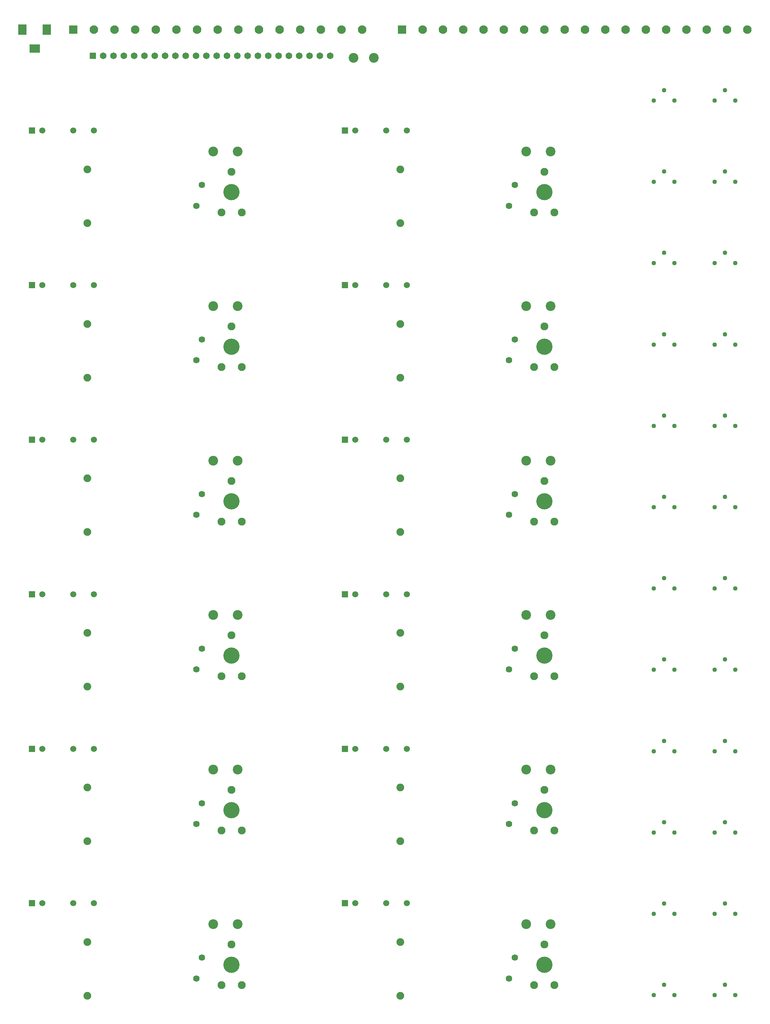
<source format=gbr>
%TF.GenerationSoftware,KiCad,Pcbnew,(6.0.1)*%
%TF.CreationDate,2022-05-02T23:55:26+02:00*%
%TF.ProjectId,CMU,434d552e-6b69-4636-9164-5f7063625858,rev?*%
%TF.SameCoordinates,Original*%
%TF.FileFunction,Soldermask,Bot*%
%TF.FilePolarity,Negative*%
%FSLAX46Y46*%
G04 Gerber Fmt 4.6, Leading zero omitted, Abs format (unit mm)*
G04 Created by KiCad (PCBNEW (6.0.1)) date 2022-05-02 23:55:26*
%MOMM*%
%LPD*%
G01*
G04 APERTURE LIST*
%ADD10R,1.508000X1.508000*%
%ADD11C,1.508000*%
%ADD12C,1.120000*%
%ADD13C,2.100000*%
%ADD14R,2.100000X2.100000*%
%ADD15C,2.400000*%
%ADD16C,1.905000*%
%ADD17C,4.000000*%
%ADD18C,1.950000*%
%ADD19C,1.650000*%
%ADD20R,1.650000X1.650000*%
%ADD21C,1.590000*%
%ADD22R,2.000000X2.600000*%
%ADD23R,2.600000X2.000000*%
G04 APERTURE END LIST*
D10*
%TO.C,U19*%
X141380000Y-48875000D03*
D11*
X143920000Y-48875000D03*
X151540000Y-48875000D03*
X156620000Y-48875000D03*
%TD*%
D12*
%TO.C,R4*%
X232460000Y-101470000D03*
X235000000Y-98930000D03*
X237540000Y-101470000D03*
%TD*%
D13*
%TO.C,J4*%
X145620000Y-24000000D03*
X140540000Y-24000000D03*
X135460000Y-24000000D03*
X130380000Y-24000000D03*
X125300000Y-24000000D03*
X120220000Y-24000000D03*
X115140000Y-24000000D03*
X110060000Y-24000000D03*
X104980000Y-24000000D03*
X99900000Y-24000000D03*
X94820000Y-24000000D03*
X89740000Y-24000000D03*
X84660000Y-24000000D03*
X79580000Y-24000000D03*
D14*
X74500000Y-24000000D03*
%TD*%
D15*
%TO.C,TP7*%
X186000000Y-54000000D03*
%TD*%
D12*
%TO.C,NTC6*%
X217460000Y-161470000D03*
X220000000Y-158930000D03*
X222540000Y-161470000D03*
%TD*%
D15*
%TO.C,TP24*%
X192000000Y-244000000D03*
%TD*%
D12*
%TO.C,R1*%
X232460000Y-41470000D03*
X235000000Y-38930000D03*
X237540000Y-41470000D03*
%TD*%
D15*
%TO.C,TP10*%
X186000000Y-168000000D03*
%TD*%
D16*
%TO.C,L9*%
X155000000Y-134396000D03*
X155000000Y-147604000D03*
%TD*%
D17*
%TO.C,VOL 7*%
X113500000Y-254000000D03*
D18*
X111000000Y-259000000D03*
X116000000Y-259000000D03*
X113500000Y-249000000D03*
%TD*%
D15*
%TO.C,TP15*%
X115000000Y-130000000D03*
%TD*%
D10*
%TO.C,U22*%
X141380000Y-162875000D03*
D11*
X143920000Y-162875000D03*
X151540000Y-162875000D03*
X156620000Y-162875000D03*
%TD*%
D15*
%TO.C,TP6*%
X109000000Y-244000000D03*
%TD*%
D19*
%TO.C,Voltage_headers1*%
X137730000Y-30500000D03*
X135190000Y-30500000D03*
X132650000Y-30500000D03*
X130110000Y-30500000D03*
X127570000Y-30500000D03*
X125030000Y-30500000D03*
X122490000Y-30500000D03*
X119950000Y-30500000D03*
X117410000Y-30500000D03*
X114870000Y-30500000D03*
X112330000Y-30500000D03*
X109790000Y-30500000D03*
X107250000Y-30500000D03*
X104710000Y-30500000D03*
X102170000Y-30500000D03*
X99630000Y-30500000D03*
X97090000Y-30500000D03*
X94550000Y-30500000D03*
X92010000Y-30500000D03*
X89470000Y-30500000D03*
X86930000Y-30500000D03*
X84390000Y-30500000D03*
X81850000Y-30500000D03*
D20*
X79310000Y-30500000D03*
%TD*%
D21*
%TO.C,C58*%
X183200000Y-176250000D03*
X181800000Y-181350000D03*
%TD*%
D16*
%TO.C,L1*%
X78000000Y-71604000D03*
X78000000Y-58396000D03*
%TD*%
D12*
%TO.C,NTC2*%
X217460000Y-241470000D03*
X220000000Y-238930000D03*
X222540000Y-241470000D03*
%TD*%
%TO.C,NTC10*%
X217460000Y-81470000D03*
X220000000Y-78930000D03*
X222540000Y-81470000D03*
%TD*%
%TO.C,R11*%
X232460000Y-241470000D03*
X235000000Y-238930000D03*
X237540000Y-241470000D03*
%TD*%
D15*
%TO.C,TP25*%
X143500000Y-31000000D03*
%TD*%
D12*
%TO.C,NTC1*%
X217460000Y-261470000D03*
X220000000Y-258930000D03*
X222540000Y-261470000D03*
%TD*%
D10*
%TO.C,U15*%
X64380000Y-124875000D03*
D11*
X66920000Y-124875000D03*
X74540000Y-124875000D03*
X79620000Y-124875000D03*
%TD*%
D12*
%TO.C,R5*%
X232460000Y-121470000D03*
X235000000Y-118930000D03*
X237540000Y-121470000D03*
%TD*%
D21*
%TO.C,C53*%
X106200000Y-214250000D03*
X104800000Y-219350000D03*
%TD*%
D17*
%TO.C,VOL 9*%
X113500000Y-178000000D03*
D18*
X111000000Y-183000000D03*
X116000000Y-183000000D03*
X113500000Y-173000000D03*
%TD*%
D15*
%TO.C,TP22*%
X192000000Y-168000000D03*
%TD*%
D16*
%TO.C,L2*%
X78000000Y-109604000D03*
X78000000Y-96396000D03*
%TD*%
D15*
%TO.C,TP26*%
X148500000Y-31000000D03*
%TD*%
%TO.C,TP8*%
X186000000Y-92000000D03*
%TD*%
D10*
%TO.C,U20*%
X141380000Y-86875000D03*
D11*
X143920000Y-86875000D03*
X151540000Y-86875000D03*
X156620000Y-86875000D03*
%TD*%
D17*
%TO.C,VOL 8*%
X113500000Y-216000000D03*
D18*
X111000000Y-221000000D03*
X116000000Y-221000000D03*
X113500000Y-211000000D03*
%TD*%
D15*
%TO.C,TP13*%
X115000000Y-54000000D03*
%TD*%
D17*
%TO.C,VOL 5*%
X190500000Y-102000000D03*
D18*
X188000000Y-107000000D03*
X193000000Y-107000000D03*
X190500000Y-97000000D03*
%TD*%
D17*
%TO.C,VOL 12*%
X113500000Y-64000000D03*
D18*
X111000000Y-69000000D03*
X116000000Y-69000000D03*
X113500000Y-59000000D03*
%TD*%
D10*
%TO.C,U21*%
X141380000Y-124875000D03*
D11*
X143920000Y-124875000D03*
X151540000Y-124875000D03*
X156620000Y-124875000D03*
%TD*%
D21*
%TO.C,C49*%
X106200000Y-62250000D03*
X104800000Y-67350000D03*
%TD*%
D10*
%TO.C,U23*%
X141380000Y-200875000D03*
D11*
X143920000Y-200875000D03*
X151540000Y-200875000D03*
X156620000Y-200875000D03*
%TD*%
D21*
%TO.C,C55*%
X183200000Y-62250000D03*
X181800000Y-67350000D03*
%TD*%
D15*
%TO.C,TP12*%
X186000000Y-244000000D03*
%TD*%
D12*
%TO.C,R8*%
X232460000Y-181470000D03*
X235000000Y-178930000D03*
X237540000Y-181470000D03*
%TD*%
D15*
%TO.C,TP1*%
X109000000Y-54000000D03*
%TD*%
D16*
%TO.C,L11*%
X155000000Y-210396000D03*
X155000000Y-223604000D03*
%TD*%
D15*
%TO.C,TP2*%
X109000000Y-92000000D03*
%TD*%
D10*
%TO.C,U13*%
X64380000Y-48875000D03*
D11*
X66920000Y-48875000D03*
X74540000Y-48875000D03*
X79620000Y-48875000D03*
%TD*%
D21*
%TO.C,C56*%
X183200000Y-100250000D03*
X181800000Y-105350000D03*
%TD*%
%TO.C,C59*%
X183200000Y-214250000D03*
X181800000Y-219350000D03*
%TD*%
%TO.C,C54*%
X106200000Y-252250000D03*
X104800000Y-257350000D03*
%TD*%
D16*
%TO.C,L8*%
X155000000Y-96396000D03*
X155000000Y-109604000D03*
%TD*%
D10*
%TO.C,U18*%
X64380000Y-238875000D03*
D11*
X66920000Y-238875000D03*
X74540000Y-238875000D03*
X79620000Y-238875000D03*
%TD*%
D16*
%TO.C,L12*%
X155000000Y-248396000D03*
X155000000Y-261604000D03*
%TD*%
D10*
%TO.C,U14*%
X64380000Y-86875000D03*
D11*
X66920000Y-86875000D03*
X74540000Y-86875000D03*
X79620000Y-86875000D03*
%TD*%
D17*
%TO.C,VOL 6*%
X190500000Y-64000000D03*
D18*
X188000000Y-69000000D03*
X193000000Y-69000000D03*
X190500000Y-59000000D03*
%TD*%
D15*
%TO.C,TP9*%
X186000000Y-130000000D03*
%TD*%
D17*
%TO.C,VOL 1*%
X190500000Y-254000000D03*
D18*
X188000000Y-259000000D03*
X193000000Y-259000000D03*
X190500000Y-249000000D03*
%TD*%
D15*
%TO.C,TP18*%
X115000000Y-244000000D03*
%TD*%
D21*
%TO.C,C60*%
X183200000Y-252250000D03*
X181800000Y-257350000D03*
%TD*%
D16*
%TO.C,L7*%
X155000000Y-58396000D03*
X155000000Y-71604000D03*
%TD*%
D15*
%TO.C,TP11*%
X186000000Y-206000000D03*
%TD*%
D12*
%TO.C,NTC3*%
X217460000Y-221470000D03*
X220000000Y-218930000D03*
X222540000Y-221470000D03*
%TD*%
D15*
%TO.C,TP5*%
X109000000Y-206000000D03*
%TD*%
D12*
%TO.C,R3*%
X232460000Y-81470000D03*
X235000000Y-78930000D03*
X237540000Y-81470000D03*
%TD*%
D15*
%TO.C,TP4*%
X109000000Y-168000000D03*
%TD*%
D16*
%TO.C,L5*%
X78000000Y-210396000D03*
X78000000Y-223604000D03*
%TD*%
%TO.C,L6*%
X78000000Y-248396000D03*
X78000000Y-261604000D03*
%TD*%
D21*
%TO.C,C51*%
X106200000Y-138250000D03*
X104800000Y-143350000D03*
%TD*%
D12*
%TO.C,R10*%
X232460000Y-221470000D03*
X235000000Y-218930000D03*
X237540000Y-221470000D03*
%TD*%
D10*
%TO.C,U17*%
X64380000Y-200875000D03*
D11*
X66920000Y-200875000D03*
X74540000Y-200875000D03*
X79620000Y-200875000D03*
%TD*%
D15*
%TO.C,TP23*%
X192000000Y-206000000D03*
%TD*%
D12*
%TO.C,NTC9*%
X217460000Y-101470000D03*
X220000000Y-98930000D03*
X222540000Y-101470000D03*
%TD*%
D10*
%TO.C,U16*%
X64380000Y-162875000D03*
D11*
X66920000Y-162875000D03*
X74540000Y-162875000D03*
X79620000Y-162875000D03*
%TD*%
D12*
%TO.C,NTC8*%
X217460000Y-121470000D03*
X220000000Y-118930000D03*
X222540000Y-121470000D03*
%TD*%
%TO.C,R7*%
X232460000Y-161470000D03*
X235000000Y-158930000D03*
X237540000Y-161470000D03*
%TD*%
D21*
%TO.C,C52*%
X106200000Y-176250000D03*
X104800000Y-181350000D03*
%TD*%
D15*
%TO.C,TP19*%
X192000000Y-54000000D03*
%TD*%
D17*
%TO.C,VOL 2*%
X190500000Y-216000000D03*
D18*
X188000000Y-221000000D03*
X193000000Y-221000000D03*
X190500000Y-211000000D03*
%TD*%
D16*
%TO.C,L4*%
X78000000Y-172396000D03*
X78000000Y-185604000D03*
%TD*%
D12*
%TO.C,NTC4*%
X217460000Y-201470000D03*
X220000000Y-198930000D03*
X222540000Y-201470000D03*
%TD*%
D15*
%TO.C,TP16*%
X115000000Y-168000000D03*
%TD*%
D12*
%TO.C,R9*%
X232460000Y-201470000D03*
X235000000Y-198930000D03*
X237540000Y-201470000D03*
%TD*%
D17*
%TO.C,VOL 3*%
X190500000Y-178000000D03*
D18*
X188000000Y-183000000D03*
X193000000Y-183000000D03*
X190500000Y-173000000D03*
%TD*%
D10*
%TO.C,U24*%
X141380000Y-238875000D03*
D11*
X143920000Y-238875000D03*
X151540000Y-238875000D03*
X156620000Y-238875000D03*
%TD*%
D12*
%TO.C,NTC12*%
X217460000Y-41470000D03*
X220000000Y-38930000D03*
X222540000Y-41470000D03*
%TD*%
D15*
%TO.C,TP21*%
X192000000Y-130000000D03*
%TD*%
%TO.C,TP20*%
X192000000Y-92000000D03*
%TD*%
D16*
%TO.C,L10*%
X155000000Y-172396000D03*
X155000000Y-185604000D03*
%TD*%
D15*
%TO.C,TP14*%
X115000000Y-92000000D03*
%TD*%
D14*
%TO.C,J3*%
X155500000Y-24000000D03*
D13*
X160500000Y-24000000D03*
X165500000Y-24000000D03*
X170500000Y-24000000D03*
X175500000Y-24000000D03*
X180500000Y-24000000D03*
X185500000Y-24000000D03*
X190500000Y-24000000D03*
X195500000Y-24000000D03*
X200500000Y-24000000D03*
X205500000Y-24000000D03*
X210500000Y-24000000D03*
X215500000Y-24000000D03*
X220500000Y-24000000D03*
X225500000Y-24000000D03*
X230500000Y-24000000D03*
X235500000Y-24000000D03*
X240500000Y-24000000D03*
%TD*%
D12*
%TO.C,NTC7*%
X217460000Y-141470000D03*
X220000000Y-138930000D03*
X222540000Y-141470000D03*
%TD*%
D16*
%TO.C,L3*%
X78000000Y-134396000D03*
X78000000Y-147604000D03*
%TD*%
D17*
%TO.C,VOL 10*%
X113500000Y-140000000D03*
D18*
X111000000Y-145000000D03*
X116000000Y-145000000D03*
X113500000Y-135000000D03*
%TD*%
D12*
%TO.C,R2*%
X232460000Y-61470000D03*
X235000000Y-58930000D03*
X237540000Y-61470000D03*
%TD*%
D22*
%TO.C,Power_in1*%
X68000000Y-24000000D03*
X62000000Y-24000000D03*
D23*
X65000000Y-28700000D03*
%TD*%
D15*
%TO.C,TP3*%
X109000000Y-130000000D03*
%TD*%
D21*
%TO.C,C57*%
X183200000Y-138250000D03*
X181800000Y-143350000D03*
%TD*%
D12*
%TO.C,R12*%
X232460000Y-261470000D03*
X235000000Y-258930000D03*
X237540000Y-261470000D03*
%TD*%
%TO.C,R6*%
X232460000Y-141470000D03*
X235000000Y-138930000D03*
X237540000Y-141470000D03*
%TD*%
D15*
%TO.C,TP17*%
X115000000Y-206000000D03*
%TD*%
D17*
%TO.C,VOL 11*%
X113500000Y-102000000D03*
D18*
X111000000Y-107000000D03*
X116000000Y-107000000D03*
X113500000Y-97000000D03*
%TD*%
D12*
%TO.C,NTC11*%
X217460000Y-61470000D03*
X220000000Y-58930000D03*
X222540000Y-61470000D03*
%TD*%
D21*
%TO.C,C50*%
X106200000Y-100250000D03*
X104800000Y-105350000D03*
%TD*%
D17*
%TO.C,VOL 4*%
X190500000Y-140000000D03*
D18*
X188000000Y-145000000D03*
X193000000Y-145000000D03*
X190500000Y-135000000D03*
%TD*%
D12*
%TO.C,NTC5*%
X217460000Y-181470000D03*
X220000000Y-178930000D03*
X222540000Y-181470000D03*
%TD*%
M02*

</source>
